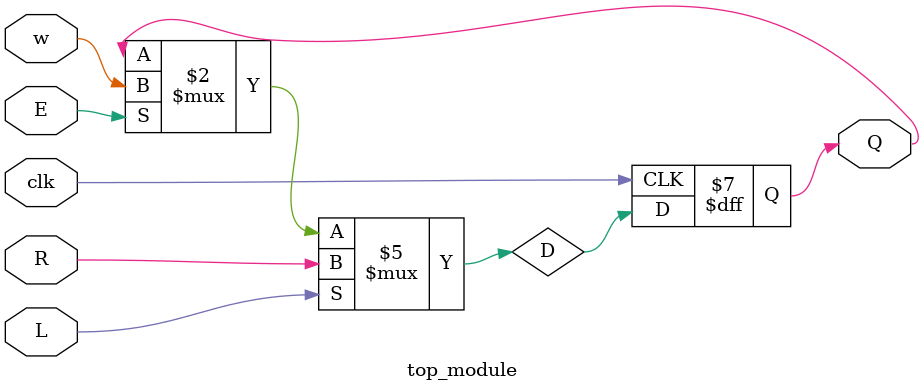
<source format=v>


//implement a module that acts as a single bit shift register for a larger shift register

module top_module (
    input clk, w, R, E, L,
    output Q
);
    //logic for the input D to the Dff
    wire D;
    always @(*) begin
        if (L)
            D = R;
        else
            D = (E) ? w : Q;
    end

    always @(posedge clk) begin
        Q <= D;
    end
endmodule
</source>
